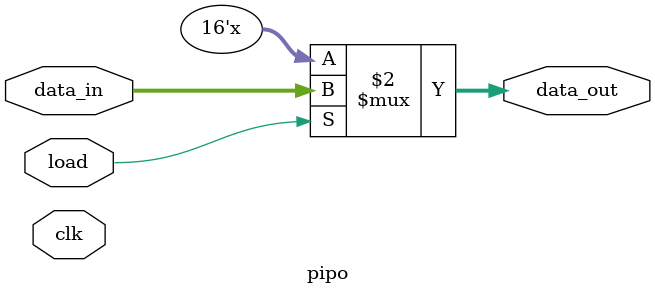
<source format=v>
`timescale 1ns / 1ps
module pipo(
    input [15:0]data_in,
    input load, clk,
    output reg [15:0]data_out
    );
    
    always@(clk)
    begin
    if(load)
      data_out <= data_in;
    end
endmodule

</source>
